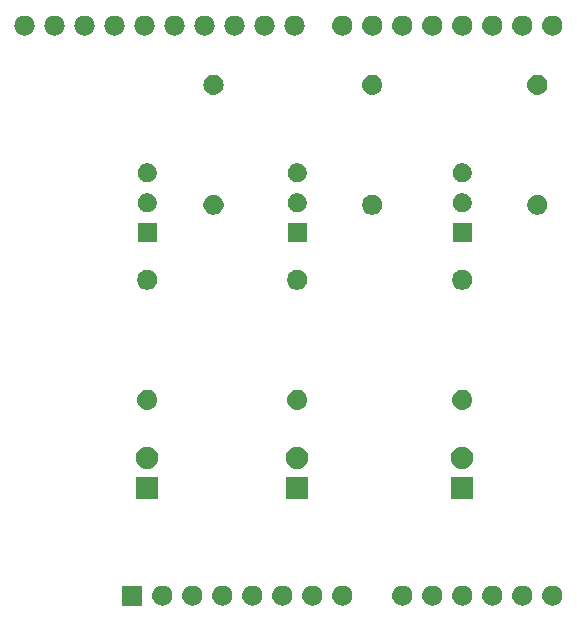
<source format=gbs>
G04 #@! TF.GenerationSoftware,KiCad,Pcbnew,(5.0.1)-4*
G04 #@! TF.CreationDate,2018-12-27T15:34:55-05:00*
G04 #@! TF.ProjectId,LED Project,4C45442050726F6A6563742E6B696361,rev?*
G04 #@! TF.SameCoordinates,Original*
G04 #@! TF.FileFunction,Soldermask,Bot*
G04 #@! TF.FilePolarity,Negative*
%FSLAX46Y46*%
G04 Gerber Fmt 4.6, Leading zero omitted, Abs format (unit mm)*
G04 Created by KiCad (PCBNEW (5.0.1)-4) date 12/27/2018 3:34:55 PM*
%MOMM*%
%LPD*%
G01*
G04 APERTURE LIST*
%ADD10C,0.100000*%
G04 APERTURE END LIST*
D10*
G36*
X165266787Y-119811510D02*
X165427160Y-119860160D01*
X165427162Y-119860161D01*
X165574966Y-119939163D01*
X165704517Y-120045483D01*
X165810837Y-120175034D01*
X165889839Y-120322838D01*
X165889840Y-120322840D01*
X165938490Y-120483213D01*
X165954916Y-120650000D01*
X165938490Y-120816787D01*
X165889840Y-120977160D01*
X165889839Y-120977162D01*
X165810837Y-121124966D01*
X165704517Y-121254517D01*
X165574966Y-121360837D01*
X165427162Y-121439839D01*
X165427160Y-121439840D01*
X165266787Y-121488490D01*
X165141794Y-121500800D01*
X165058206Y-121500800D01*
X164933213Y-121488490D01*
X164772840Y-121439840D01*
X164772838Y-121439839D01*
X164625034Y-121360837D01*
X164495483Y-121254517D01*
X164389163Y-121124966D01*
X164310161Y-120977162D01*
X164310160Y-120977160D01*
X164261510Y-120816787D01*
X164245084Y-120650000D01*
X164261510Y-120483213D01*
X164310160Y-120322840D01*
X164310161Y-120322838D01*
X164389163Y-120175034D01*
X164495483Y-120045483D01*
X164625034Y-119939163D01*
X164772838Y-119860161D01*
X164772840Y-119860160D01*
X164933213Y-119811510D01*
X165058206Y-119799200D01*
X165141794Y-119799200D01*
X165266787Y-119811510D01*
X165266787Y-119811510D01*
G37*
G36*
X160186787Y-119811510D02*
X160347160Y-119860160D01*
X160347162Y-119860161D01*
X160494966Y-119939163D01*
X160624517Y-120045483D01*
X160730837Y-120175034D01*
X160809839Y-120322838D01*
X160809840Y-120322840D01*
X160858490Y-120483213D01*
X160874916Y-120650000D01*
X160858490Y-120816787D01*
X160809840Y-120977160D01*
X160809839Y-120977162D01*
X160730837Y-121124966D01*
X160624517Y-121254517D01*
X160494966Y-121360837D01*
X160347162Y-121439839D01*
X160347160Y-121439840D01*
X160186787Y-121488490D01*
X160061794Y-121500800D01*
X159978206Y-121500800D01*
X159853213Y-121488490D01*
X159692840Y-121439840D01*
X159692838Y-121439839D01*
X159545034Y-121360837D01*
X159415483Y-121254517D01*
X159309163Y-121124966D01*
X159230161Y-120977162D01*
X159230160Y-120977160D01*
X159181510Y-120816787D01*
X159165084Y-120650000D01*
X159181510Y-120483213D01*
X159230160Y-120322840D01*
X159230161Y-120322838D01*
X159309163Y-120175034D01*
X159415483Y-120045483D01*
X159545034Y-119939163D01*
X159692838Y-119860161D01*
X159692840Y-119860160D01*
X159853213Y-119811510D01*
X159978206Y-119799200D01*
X160061794Y-119799200D01*
X160186787Y-119811510D01*
X160186787Y-119811510D01*
G37*
G36*
X157646787Y-119811510D02*
X157807160Y-119860160D01*
X157807162Y-119860161D01*
X157954966Y-119939163D01*
X158084517Y-120045483D01*
X158190837Y-120175034D01*
X158269839Y-120322838D01*
X158269840Y-120322840D01*
X158318490Y-120483213D01*
X158334916Y-120650000D01*
X158318490Y-120816787D01*
X158269840Y-120977160D01*
X158269839Y-120977162D01*
X158190837Y-121124966D01*
X158084517Y-121254517D01*
X157954966Y-121360837D01*
X157807162Y-121439839D01*
X157807160Y-121439840D01*
X157646787Y-121488490D01*
X157521794Y-121500800D01*
X157438206Y-121500800D01*
X157313213Y-121488490D01*
X157152840Y-121439840D01*
X157152838Y-121439839D01*
X157005034Y-121360837D01*
X156875483Y-121254517D01*
X156769163Y-121124966D01*
X156690161Y-120977162D01*
X156690160Y-120977160D01*
X156641510Y-120816787D01*
X156625084Y-120650000D01*
X156641510Y-120483213D01*
X156690160Y-120322840D01*
X156690161Y-120322838D01*
X156769163Y-120175034D01*
X156875483Y-120045483D01*
X157005034Y-119939163D01*
X157152838Y-119860161D01*
X157152840Y-119860160D01*
X157313213Y-119811510D01*
X157438206Y-119799200D01*
X157521794Y-119799200D01*
X157646787Y-119811510D01*
X157646787Y-119811510D01*
G37*
G36*
X155106787Y-119811510D02*
X155267160Y-119860160D01*
X155267162Y-119860161D01*
X155414966Y-119939163D01*
X155544517Y-120045483D01*
X155650837Y-120175034D01*
X155729839Y-120322838D01*
X155729840Y-120322840D01*
X155778490Y-120483213D01*
X155794916Y-120650000D01*
X155778490Y-120816787D01*
X155729840Y-120977160D01*
X155729839Y-120977162D01*
X155650837Y-121124966D01*
X155544517Y-121254517D01*
X155414966Y-121360837D01*
X155267162Y-121439839D01*
X155267160Y-121439840D01*
X155106787Y-121488490D01*
X154981794Y-121500800D01*
X154898206Y-121500800D01*
X154773213Y-121488490D01*
X154612840Y-121439840D01*
X154612838Y-121439839D01*
X154465034Y-121360837D01*
X154335483Y-121254517D01*
X154229163Y-121124966D01*
X154150161Y-120977162D01*
X154150160Y-120977160D01*
X154101510Y-120816787D01*
X154085084Y-120650000D01*
X154101510Y-120483213D01*
X154150160Y-120322840D01*
X154150161Y-120322838D01*
X154229163Y-120175034D01*
X154335483Y-120045483D01*
X154465034Y-119939163D01*
X154612838Y-119860161D01*
X154612840Y-119860160D01*
X154773213Y-119811510D01*
X154898206Y-119799200D01*
X154981794Y-119799200D01*
X155106787Y-119811510D01*
X155106787Y-119811510D01*
G37*
G36*
X152566787Y-119811510D02*
X152727160Y-119860160D01*
X152727162Y-119860161D01*
X152874966Y-119939163D01*
X153004517Y-120045483D01*
X153110837Y-120175034D01*
X153189839Y-120322838D01*
X153189840Y-120322840D01*
X153238490Y-120483213D01*
X153254916Y-120650000D01*
X153238490Y-120816787D01*
X153189840Y-120977160D01*
X153189839Y-120977162D01*
X153110837Y-121124966D01*
X153004517Y-121254517D01*
X152874966Y-121360837D01*
X152727162Y-121439839D01*
X152727160Y-121439840D01*
X152566787Y-121488490D01*
X152441794Y-121500800D01*
X152358206Y-121500800D01*
X152233213Y-121488490D01*
X152072840Y-121439840D01*
X152072838Y-121439839D01*
X151925034Y-121360837D01*
X151795483Y-121254517D01*
X151689163Y-121124966D01*
X151610161Y-120977162D01*
X151610160Y-120977160D01*
X151561510Y-120816787D01*
X151545084Y-120650000D01*
X151561510Y-120483213D01*
X151610160Y-120322840D01*
X151610161Y-120322838D01*
X151689163Y-120175034D01*
X151795483Y-120045483D01*
X151925034Y-119939163D01*
X152072838Y-119860161D01*
X152072840Y-119860160D01*
X152233213Y-119811510D01*
X152358206Y-119799200D01*
X152441794Y-119799200D01*
X152566787Y-119811510D01*
X152566787Y-119811510D01*
G37*
G36*
X147486787Y-119811510D02*
X147647160Y-119860160D01*
X147647162Y-119860161D01*
X147794966Y-119939163D01*
X147924517Y-120045483D01*
X148030837Y-120175034D01*
X148109839Y-120322838D01*
X148109840Y-120322840D01*
X148158490Y-120483213D01*
X148174916Y-120650000D01*
X148158490Y-120816787D01*
X148109840Y-120977160D01*
X148109839Y-120977162D01*
X148030837Y-121124966D01*
X147924517Y-121254517D01*
X147794966Y-121360837D01*
X147647162Y-121439839D01*
X147647160Y-121439840D01*
X147486787Y-121488490D01*
X147361794Y-121500800D01*
X147278206Y-121500800D01*
X147153213Y-121488490D01*
X146992840Y-121439840D01*
X146992838Y-121439839D01*
X146845034Y-121360837D01*
X146715483Y-121254517D01*
X146609163Y-121124966D01*
X146530161Y-120977162D01*
X146530160Y-120977160D01*
X146481510Y-120816787D01*
X146465084Y-120650000D01*
X146481510Y-120483213D01*
X146530160Y-120322840D01*
X146530161Y-120322838D01*
X146609163Y-120175034D01*
X146715483Y-120045483D01*
X146845034Y-119939163D01*
X146992838Y-119860161D01*
X146992840Y-119860160D01*
X147153213Y-119811510D01*
X147278206Y-119799200D01*
X147361794Y-119799200D01*
X147486787Y-119811510D01*
X147486787Y-119811510D01*
G37*
G36*
X144946787Y-119811510D02*
X145107160Y-119860160D01*
X145107162Y-119860161D01*
X145254966Y-119939163D01*
X145384517Y-120045483D01*
X145490837Y-120175034D01*
X145569839Y-120322838D01*
X145569840Y-120322840D01*
X145618490Y-120483213D01*
X145634916Y-120650000D01*
X145618490Y-120816787D01*
X145569840Y-120977160D01*
X145569839Y-120977162D01*
X145490837Y-121124966D01*
X145384517Y-121254517D01*
X145254966Y-121360837D01*
X145107162Y-121439839D01*
X145107160Y-121439840D01*
X144946787Y-121488490D01*
X144821794Y-121500800D01*
X144738206Y-121500800D01*
X144613213Y-121488490D01*
X144452840Y-121439840D01*
X144452838Y-121439839D01*
X144305034Y-121360837D01*
X144175483Y-121254517D01*
X144069163Y-121124966D01*
X143990161Y-120977162D01*
X143990160Y-120977160D01*
X143941510Y-120816787D01*
X143925084Y-120650000D01*
X143941510Y-120483213D01*
X143990160Y-120322840D01*
X143990161Y-120322838D01*
X144069163Y-120175034D01*
X144175483Y-120045483D01*
X144305034Y-119939163D01*
X144452838Y-119860161D01*
X144452840Y-119860160D01*
X144613213Y-119811510D01*
X144738206Y-119799200D01*
X144821794Y-119799200D01*
X144946787Y-119811510D01*
X144946787Y-119811510D01*
G37*
G36*
X142406787Y-119811510D02*
X142567160Y-119860160D01*
X142567162Y-119860161D01*
X142714966Y-119939163D01*
X142844517Y-120045483D01*
X142950837Y-120175034D01*
X143029839Y-120322838D01*
X143029840Y-120322840D01*
X143078490Y-120483213D01*
X143094916Y-120650000D01*
X143078490Y-120816787D01*
X143029840Y-120977160D01*
X143029839Y-120977162D01*
X142950837Y-121124966D01*
X142844517Y-121254517D01*
X142714966Y-121360837D01*
X142567162Y-121439839D01*
X142567160Y-121439840D01*
X142406787Y-121488490D01*
X142281794Y-121500800D01*
X142198206Y-121500800D01*
X142073213Y-121488490D01*
X141912840Y-121439840D01*
X141912838Y-121439839D01*
X141765034Y-121360837D01*
X141635483Y-121254517D01*
X141529163Y-121124966D01*
X141450161Y-120977162D01*
X141450160Y-120977160D01*
X141401510Y-120816787D01*
X141385084Y-120650000D01*
X141401510Y-120483213D01*
X141450160Y-120322840D01*
X141450161Y-120322838D01*
X141529163Y-120175034D01*
X141635483Y-120045483D01*
X141765034Y-119939163D01*
X141912838Y-119860161D01*
X141912840Y-119860160D01*
X142073213Y-119811510D01*
X142198206Y-119799200D01*
X142281794Y-119799200D01*
X142406787Y-119811510D01*
X142406787Y-119811510D01*
G37*
G36*
X139866787Y-119811510D02*
X140027160Y-119860160D01*
X140027162Y-119860161D01*
X140174966Y-119939163D01*
X140304517Y-120045483D01*
X140410837Y-120175034D01*
X140489839Y-120322838D01*
X140489840Y-120322840D01*
X140538490Y-120483213D01*
X140554916Y-120650000D01*
X140538490Y-120816787D01*
X140489840Y-120977160D01*
X140489839Y-120977162D01*
X140410837Y-121124966D01*
X140304517Y-121254517D01*
X140174966Y-121360837D01*
X140027162Y-121439839D01*
X140027160Y-121439840D01*
X139866787Y-121488490D01*
X139741794Y-121500800D01*
X139658206Y-121500800D01*
X139533213Y-121488490D01*
X139372840Y-121439840D01*
X139372838Y-121439839D01*
X139225034Y-121360837D01*
X139095483Y-121254517D01*
X138989163Y-121124966D01*
X138910161Y-120977162D01*
X138910160Y-120977160D01*
X138861510Y-120816787D01*
X138845084Y-120650000D01*
X138861510Y-120483213D01*
X138910160Y-120322840D01*
X138910161Y-120322838D01*
X138989163Y-120175034D01*
X139095483Y-120045483D01*
X139225034Y-119939163D01*
X139372838Y-119860161D01*
X139372840Y-119860160D01*
X139533213Y-119811510D01*
X139658206Y-119799200D01*
X139741794Y-119799200D01*
X139866787Y-119811510D01*
X139866787Y-119811510D01*
G37*
G36*
X137326787Y-119811510D02*
X137487160Y-119860160D01*
X137487162Y-119860161D01*
X137634966Y-119939163D01*
X137764517Y-120045483D01*
X137870837Y-120175034D01*
X137949839Y-120322838D01*
X137949840Y-120322840D01*
X137998490Y-120483213D01*
X138014916Y-120650000D01*
X137998490Y-120816787D01*
X137949840Y-120977160D01*
X137949839Y-120977162D01*
X137870837Y-121124966D01*
X137764517Y-121254517D01*
X137634966Y-121360837D01*
X137487162Y-121439839D01*
X137487160Y-121439840D01*
X137326787Y-121488490D01*
X137201794Y-121500800D01*
X137118206Y-121500800D01*
X136993213Y-121488490D01*
X136832840Y-121439840D01*
X136832838Y-121439839D01*
X136685034Y-121360837D01*
X136555483Y-121254517D01*
X136449163Y-121124966D01*
X136370161Y-120977162D01*
X136370160Y-120977160D01*
X136321510Y-120816787D01*
X136305084Y-120650000D01*
X136321510Y-120483213D01*
X136370160Y-120322840D01*
X136370161Y-120322838D01*
X136449163Y-120175034D01*
X136555483Y-120045483D01*
X136685034Y-119939163D01*
X136832838Y-119860161D01*
X136832840Y-119860160D01*
X136993213Y-119811510D01*
X137118206Y-119799200D01*
X137201794Y-119799200D01*
X137326787Y-119811510D01*
X137326787Y-119811510D01*
G37*
G36*
X134786787Y-119811510D02*
X134947160Y-119860160D01*
X134947162Y-119860161D01*
X135094966Y-119939163D01*
X135224517Y-120045483D01*
X135330837Y-120175034D01*
X135409839Y-120322838D01*
X135409840Y-120322840D01*
X135458490Y-120483213D01*
X135474916Y-120650000D01*
X135458490Y-120816787D01*
X135409840Y-120977160D01*
X135409839Y-120977162D01*
X135330837Y-121124966D01*
X135224517Y-121254517D01*
X135094966Y-121360837D01*
X134947162Y-121439839D01*
X134947160Y-121439840D01*
X134786787Y-121488490D01*
X134661794Y-121500800D01*
X134578206Y-121500800D01*
X134453213Y-121488490D01*
X134292840Y-121439840D01*
X134292838Y-121439839D01*
X134145034Y-121360837D01*
X134015483Y-121254517D01*
X133909163Y-121124966D01*
X133830161Y-120977162D01*
X133830160Y-120977160D01*
X133781510Y-120816787D01*
X133765084Y-120650000D01*
X133781510Y-120483213D01*
X133830160Y-120322840D01*
X133830161Y-120322838D01*
X133909163Y-120175034D01*
X134015483Y-120045483D01*
X134145034Y-119939163D01*
X134292838Y-119860161D01*
X134292840Y-119860160D01*
X134453213Y-119811510D01*
X134578206Y-119799200D01*
X134661794Y-119799200D01*
X134786787Y-119811510D01*
X134786787Y-119811510D01*
G37*
G36*
X132246787Y-119811510D02*
X132407160Y-119860160D01*
X132407162Y-119860161D01*
X132554966Y-119939163D01*
X132684517Y-120045483D01*
X132790837Y-120175034D01*
X132869839Y-120322838D01*
X132869840Y-120322840D01*
X132918490Y-120483213D01*
X132934916Y-120650000D01*
X132918490Y-120816787D01*
X132869840Y-120977160D01*
X132869839Y-120977162D01*
X132790837Y-121124966D01*
X132684517Y-121254517D01*
X132554966Y-121360837D01*
X132407162Y-121439839D01*
X132407160Y-121439840D01*
X132246787Y-121488490D01*
X132121794Y-121500800D01*
X132038206Y-121500800D01*
X131913213Y-121488490D01*
X131752840Y-121439840D01*
X131752838Y-121439839D01*
X131605034Y-121360837D01*
X131475483Y-121254517D01*
X131369163Y-121124966D01*
X131290161Y-120977162D01*
X131290160Y-120977160D01*
X131241510Y-120816787D01*
X131225084Y-120650000D01*
X131241510Y-120483213D01*
X131290160Y-120322840D01*
X131290161Y-120322838D01*
X131369163Y-120175034D01*
X131475483Y-120045483D01*
X131605034Y-119939163D01*
X131752838Y-119860161D01*
X131752840Y-119860160D01*
X131913213Y-119811510D01*
X132038206Y-119799200D01*
X132121794Y-119799200D01*
X132246787Y-119811510D01*
X132246787Y-119811510D01*
G37*
G36*
X130390800Y-121500800D02*
X128689200Y-121500800D01*
X128689200Y-119799200D01*
X130390800Y-119799200D01*
X130390800Y-121500800D01*
X130390800Y-121500800D01*
G37*
G36*
X162726787Y-119811510D02*
X162887160Y-119860160D01*
X162887162Y-119860161D01*
X163034966Y-119939163D01*
X163164517Y-120045483D01*
X163270837Y-120175034D01*
X163349839Y-120322838D01*
X163349840Y-120322840D01*
X163398490Y-120483213D01*
X163414916Y-120650000D01*
X163398490Y-120816787D01*
X163349840Y-120977160D01*
X163349839Y-120977162D01*
X163270837Y-121124966D01*
X163164517Y-121254517D01*
X163034966Y-121360837D01*
X162887162Y-121439839D01*
X162887160Y-121439840D01*
X162726787Y-121488490D01*
X162601794Y-121500800D01*
X162518206Y-121500800D01*
X162393213Y-121488490D01*
X162232840Y-121439840D01*
X162232838Y-121439839D01*
X162085034Y-121360837D01*
X161955483Y-121254517D01*
X161849163Y-121124966D01*
X161770161Y-120977162D01*
X161770160Y-120977160D01*
X161721510Y-120816787D01*
X161705084Y-120650000D01*
X161721510Y-120483213D01*
X161770160Y-120322840D01*
X161770161Y-120322838D01*
X161849163Y-120175034D01*
X161955483Y-120045483D01*
X162085034Y-119939163D01*
X162232838Y-119860161D01*
X162232840Y-119860160D01*
X162393213Y-119811510D01*
X162518206Y-119799200D01*
X162601794Y-119799200D01*
X162726787Y-119811510D01*
X162726787Y-119811510D01*
G37*
G36*
X158412474Y-112472009D02*
X156510874Y-112472009D01*
X156510874Y-110570409D01*
X158412474Y-110570409D01*
X158412474Y-112472009D01*
X158412474Y-112472009D01*
G37*
G36*
X131742474Y-112472009D02*
X129840874Y-112472009D01*
X129840874Y-110570409D01*
X131742474Y-110570409D01*
X131742474Y-112472009D01*
X131742474Y-112472009D01*
G37*
G36*
X144442474Y-112472009D02*
X142540874Y-112472009D01*
X142540874Y-110570409D01*
X144442474Y-110570409D01*
X144442474Y-112472009D01*
X144442474Y-112472009D01*
G37*
G36*
X157739012Y-108066947D02*
X157912047Y-108138621D01*
X158067774Y-108242674D01*
X158200209Y-108375109D01*
X158304262Y-108530836D01*
X158375936Y-108703871D01*
X158412474Y-108887563D01*
X158412474Y-109074855D01*
X158375936Y-109258547D01*
X158304262Y-109431582D01*
X158200209Y-109587309D01*
X158067774Y-109719744D01*
X157912047Y-109823797D01*
X157739012Y-109895471D01*
X157555320Y-109932009D01*
X157368028Y-109932009D01*
X157184336Y-109895471D01*
X157011301Y-109823797D01*
X156855574Y-109719744D01*
X156723139Y-109587309D01*
X156619086Y-109431582D01*
X156547412Y-109258547D01*
X156510874Y-109074855D01*
X156510874Y-108887563D01*
X156547412Y-108703871D01*
X156619086Y-108530836D01*
X156723139Y-108375109D01*
X156855574Y-108242674D01*
X157011301Y-108138621D01*
X157184336Y-108066947D01*
X157368028Y-108030409D01*
X157555320Y-108030409D01*
X157739012Y-108066947D01*
X157739012Y-108066947D01*
G37*
G36*
X143769012Y-108066947D02*
X143942047Y-108138621D01*
X144097774Y-108242674D01*
X144230209Y-108375109D01*
X144334262Y-108530836D01*
X144405936Y-108703871D01*
X144442474Y-108887563D01*
X144442474Y-109074855D01*
X144405936Y-109258547D01*
X144334262Y-109431582D01*
X144230209Y-109587309D01*
X144097774Y-109719744D01*
X143942047Y-109823797D01*
X143769012Y-109895471D01*
X143585320Y-109932009D01*
X143398028Y-109932009D01*
X143214336Y-109895471D01*
X143041301Y-109823797D01*
X142885574Y-109719744D01*
X142753139Y-109587309D01*
X142649086Y-109431582D01*
X142577412Y-109258547D01*
X142540874Y-109074855D01*
X142540874Y-108887563D01*
X142577412Y-108703871D01*
X142649086Y-108530836D01*
X142753139Y-108375109D01*
X142885574Y-108242674D01*
X143041301Y-108138621D01*
X143214336Y-108066947D01*
X143398028Y-108030409D01*
X143585320Y-108030409D01*
X143769012Y-108066947D01*
X143769012Y-108066947D01*
G37*
G36*
X131069012Y-108066947D02*
X131242047Y-108138621D01*
X131397774Y-108242674D01*
X131530209Y-108375109D01*
X131634262Y-108530836D01*
X131705936Y-108703871D01*
X131742474Y-108887563D01*
X131742474Y-109074855D01*
X131705936Y-109258547D01*
X131634262Y-109431582D01*
X131530209Y-109587309D01*
X131397774Y-109719744D01*
X131242047Y-109823797D01*
X131069012Y-109895471D01*
X130885320Y-109932009D01*
X130698028Y-109932009D01*
X130514336Y-109895471D01*
X130341301Y-109823797D01*
X130185574Y-109719744D01*
X130053139Y-109587309D01*
X129949086Y-109431582D01*
X129877412Y-109258547D01*
X129840874Y-109074855D01*
X129840874Y-108887563D01*
X129877412Y-108703871D01*
X129949086Y-108530836D01*
X130053139Y-108375109D01*
X130185574Y-108242674D01*
X130341301Y-108138621D01*
X130514336Y-108066947D01*
X130698028Y-108030409D01*
X130885320Y-108030409D01*
X131069012Y-108066947D01*
X131069012Y-108066947D01*
G37*
G36*
X157628461Y-103227360D02*
X157788834Y-103276010D01*
X157788836Y-103276011D01*
X157936640Y-103355013D01*
X158066191Y-103461333D01*
X158172511Y-103590884D01*
X158251513Y-103738688D01*
X158251514Y-103738690D01*
X158300164Y-103899063D01*
X158316590Y-104065850D01*
X158300164Y-104232637D01*
X158251514Y-104393010D01*
X158251513Y-104393012D01*
X158172511Y-104540816D01*
X158066191Y-104670367D01*
X157936640Y-104776687D01*
X157788836Y-104855689D01*
X157788834Y-104855690D01*
X157628461Y-104904340D01*
X157503468Y-104916650D01*
X157419880Y-104916650D01*
X157294887Y-104904340D01*
X157134514Y-104855690D01*
X157134512Y-104855689D01*
X156986708Y-104776687D01*
X156857157Y-104670367D01*
X156750837Y-104540816D01*
X156671835Y-104393012D01*
X156671834Y-104393010D01*
X156623184Y-104232637D01*
X156606758Y-104065850D01*
X156623184Y-103899063D01*
X156671834Y-103738690D01*
X156671835Y-103738688D01*
X156750837Y-103590884D01*
X156857157Y-103461333D01*
X156986708Y-103355013D01*
X157134512Y-103276011D01*
X157134514Y-103276010D01*
X157294887Y-103227360D01*
X157419880Y-103215050D01*
X157503468Y-103215050D01*
X157628461Y-103227360D01*
X157628461Y-103227360D01*
G37*
G36*
X143658461Y-103227360D02*
X143818834Y-103276010D01*
X143818836Y-103276011D01*
X143966640Y-103355013D01*
X144096191Y-103461333D01*
X144202511Y-103590884D01*
X144281513Y-103738688D01*
X144281514Y-103738690D01*
X144330164Y-103899063D01*
X144346590Y-104065850D01*
X144330164Y-104232637D01*
X144281514Y-104393010D01*
X144281513Y-104393012D01*
X144202511Y-104540816D01*
X144096191Y-104670367D01*
X143966640Y-104776687D01*
X143818836Y-104855689D01*
X143818834Y-104855690D01*
X143658461Y-104904340D01*
X143533468Y-104916650D01*
X143449880Y-104916650D01*
X143324887Y-104904340D01*
X143164514Y-104855690D01*
X143164512Y-104855689D01*
X143016708Y-104776687D01*
X142887157Y-104670367D01*
X142780837Y-104540816D01*
X142701835Y-104393012D01*
X142701834Y-104393010D01*
X142653184Y-104232637D01*
X142636758Y-104065850D01*
X142653184Y-103899063D01*
X142701834Y-103738690D01*
X142701835Y-103738688D01*
X142780837Y-103590884D01*
X142887157Y-103461333D01*
X143016708Y-103355013D01*
X143164512Y-103276011D01*
X143164514Y-103276010D01*
X143324887Y-103227360D01*
X143449880Y-103215050D01*
X143533468Y-103215050D01*
X143658461Y-103227360D01*
X143658461Y-103227360D01*
G37*
G36*
X130958461Y-103227360D02*
X131118834Y-103276010D01*
X131118836Y-103276011D01*
X131266640Y-103355013D01*
X131396191Y-103461333D01*
X131502511Y-103590884D01*
X131581513Y-103738688D01*
X131581514Y-103738690D01*
X131630164Y-103899063D01*
X131646590Y-104065850D01*
X131630164Y-104232637D01*
X131581514Y-104393010D01*
X131581513Y-104393012D01*
X131502511Y-104540816D01*
X131396191Y-104670367D01*
X131266640Y-104776687D01*
X131118836Y-104855689D01*
X131118834Y-104855690D01*
X130958461Y-104904340D01*
X130833468Y-104916650D01*
X130749880Y-104916650D01*
X130624887Y-104904340D01*
X130464514Y-104855690D01*
X130464512Y-104855689D01*
X130316708Y-104776687D01*
X130187157Y-104670367D01*
X130080837Y-104540816D01*
X130001835Y-104393012D01*
X130001834Y-104393010D01*
X129953184Y-104232637D01*
X129936758Y-104065850D01*
X129953184Y-103899063D01*
X130001834Y-103738690D01*
X130001835Y-103738688D01*
X130080837Y-103590884D01*
X130187157Y-103461333D01*
X130316708Y-103355013D01*
X130464512Y-103276011D01*
X130464514Y-103276010D01*
X130624887Y-103227360D01*
X130749880Y-103215050D01*
X130833468Y-103215050D01*
X130958461Y-103227360D01*
X130958461Y-103227360D01*
G37*
G36*
X131039843Y-93087745D02*
X131194679Y-93151881D01*
X131334028Y-93244990D01*
X131452534Y-93363496D01*
X131545643Y-93502845D01*
X131609779Y-93657681D01*
X131642474Y-93822053D01*
X131642474Y-93989647D01*
X131609779Y-94154019D01*
X131545643Y-94308855D01*
X131452534Y-94448204D01*
X131334028Y-94566710D01*
X131194679Y-94659819D01*
X131039843Y-94723955D01*
X130875471Y-94756650D01*
X130707877Y-94756650D01*
X130543505Y-94723955D01*
X130388669Y-94659819D01*
X130249320Y-94566710D01*
X130130814Y-94448204D01*
X130037705Y-94308855D01*
X129973569Y-94154019D01*
X129940874Y-93989647D01*
X129940874Y-93822053D01*
X129973569Y-93657681D01*
X130037705Y-93502845D01*
X130130814Y-93363496D01*
X130249320Y-93244990D01*
X130388669Y-93151881D01*
X130543505Y-93087745D01*
X130707877Y-93055050D01*
X130875471Y-93055050D01*
X131039843Y-93087745D01*
X131039843Y-93087745D01*
G37*
G36*
X157709843Y-93087745D02*
X157864679Y-93151881D01*
X158004028Y-93244990D01*
X158122534Y-93363496D01*
X158215643Y-93502845D01*
X158279779Y-93657681D01*
X158312474Y-93822053D01*
X158312474Y-93989647D01*
X158279779Y-94154019D01*
X158215643Y-94308855D01*
X158122534Y-94448204D01*
X158004028Y-94566710D01*
X157864679Y-94659819D01*
X157709843Y-94723955D01*
X157545471Y-94756650D01*
X157377877Y-94756650D01*
X157213505Y-94723955D01*
X157058669Y-94659819D01*
X156919320Y-94566710D01*
X156800814Y-94448204D01*
X156707705Y-94308855D01*
X156643569Y-94154019D01*
X156610874Y-93989647D01*
X156610874Y-93822053D01*
X156643569Y-93657681D01*
X156707705Y-93502845D01*
X156800814Y-93363496D01*
X156919320Y-93244990D01*
X157058669Y-93151881D01*
X157213505Y-93087745D01*
X157377877Y-93055050D01*
X157545471Y-93055050D01*
X157709843Y-93087745D01*
X157709843Y-93087745D01*
G37*
G36*
X143739843Y-93087745D02*
X143894679Y-93151881D01*
X144034028Y-93244990D01*
X144152534Y-93363496D01*
X144245643Y-93502845D01*
X144309779Y-93657681D01*
X144342474Y-93822053D01*
X144342474Y-93989647D01*
X144309779Y-94154019D01*
X144245643Y-94308855D01*
X144152534Y-94448204D01*
X144034028Y-94566710D01*
X143894679Y-94659819D01*
X143739843Y-94723955D01*
X143575471Y-94756650D01*
X143407877Y-94756650D01*
X143243505Y-94723955D01*
X143088669Y-94659819D01*
X142949320Y-94566710D01*
X142830814Y-94448204D01*
X142737705Y-94308855D01*
X142673569Y-94154019D01*
X142640874Y-93989647D01*
X142640874Y-93822053D01*
X142673569Y-93657681D01*
X142737705Y-93502845D01*
X142830814Y-93363496D01*
X142949320Y-93244990D01*
X143088669Y-93151881D01*
X143243505Y-93087745D01*
X143407877Y-93055050D01*
X143575471Y-93055050D01*
X143739843Y-93087745D01*
X143739843Y-93087745D01*
G37*
G36*
X131592474Y-90732009D02*
X129990874Y-90732009D01*
X129990874Y-89130409D01*
X131592474Y-89130409D01*
X131592474Y-90732009D01*
X131592474Y-90732009D01*
G37*
G36*
X158262474Y-90732009D02*
X156660874Y-90732009D01*
X156660874Y-89130409D01*
X158262474Y-89130409D01*
X158262474Y-90732009D01*
X158262474Y-90732009D01*
G37*
G36*
X144292474Y-90732009D02*
X142690874Y-90732009D01*
X142690874Y-89130409D01*
X144292474Y-89130409D01*
X144292474Y-90732009D01*
X144292474Y-90732009D01*
G37*
G36*
X164078169Y-86737745D02*
X164233005Y-86801881D01*
X164372354Y-86894990D01*
X164490860Y-87013496D01*
X164583969Y-87152845D01*
X164648105Y-87307681D01*
X164680800Y-87472053D01*
X164680800Y-87639647D01*
X164648105Y-87804019D01*
X164583969Y-87958855D01*
X164490860Y-88098204D01*
X164372354Y-88216710D01*
X164233005Y-88309819D01*
X164078169Y-88373955D01*
X163913797Y-88406650D01*
X163746203Y-88406650D01*
X163581831Y-88373955D01*
X163426995Y-88309819D01*
X163287646Y-88216710D01*
X163169140Y-88098204D01*
X163076031Y-87958855D01*
X163011895Y-87804019D01*
X162979200Y-87639647D01*
X162979200Y-87472053D01*
X163011895Y-87307681D01*
X163076031Y-87152845D01*
X163169140Y-87013496D01*
X163287646Y-86894990D01*
X163426995Y-86801881D01*
X163581831Y-86737745D01*
X163746203Y-86705050D01*
X163913797Y-86705050D01*
X164078169Y-86737745D01*
X164078169Y-86737745D01*
G37*
G36*
X136653580Y-86737745D02*
X136808416Y-86801881D01*
X136947765Y-86894990D01*
X137066271Y-87013496D01*
X137159380Y-87152845D01*
X137223516Y-87307681D01*
X137256211Y-87472053D01*
X137256211Y-87639647D01*
X137223516Y-87804019D01*
X137159380Y-87958855D01*
X137066271Y-88098204D01*
X136947765Y-88216710D01*
X136808416Y-88309819D01*
X136653580Y-88373955D01*
X136489208Y-88406650D01*
X136321614Y-88406650D01*
X136157242Y-88373955D01*
X136002406Y-88309819D01*
X135863057Y-88216710D01*
X135744551Y-88098204D01*
X135651442Y-87958855D01*
X135587306Y-87804019D01*
X135554611Y-87639647D01*
X135554611Y-87472053D01*
X135587306Y-87307681D01*
X135651442Y-87152845D01*
X135744551Y-87013496D01*
X135863057Y-86894990D01*
X136002406Y-86801881D01*
X136157242Y-86737745D01*
X136321614Y-86705050D01*
X136489208Y-86705050D01*
X136653580Y-86737745D01*
X136653580Y-86737745D01*
G37*
G36*
X150089843Y-86737745D02*
X150244679Y-86801881D01*
X150384028Y-86894990D01*
X150502534Y-87013496D01*
X150595643Y-87152845D01*
X150659779Y-87307681D01*
X150692474Y-87472053D01*
X150692474Y-87639647D01*
X150659779Y-87804019D01*
X150595643Y-87958855D01*
X150502534Y-88098204D01*
X150384028Y-88216710D01*
X150244679Y-88309819D01*
X150089843Y-88373955D01*
X149925471Y-88406650D01*
X149757877Y-88406650D01*
X149593505Y-88373955D01*
X149438669Y-88309819D01*
X149299320Y-88216710D01*
X149180814Y-88098204D01*
X149087705Y-87958855D01*
X149023569Y-87804019D01*
X148990874Y-87639647D01*
X148990874Y-87472053D01*
X149023569Y-87307681D01*
X149087705Y-87152845D01*
X149180814Y-87013496D01*
X149299320Y-86894990D01*
X149438669Y-86801881D01*
X149593505Y-86737745D01*
X149757877Y-86705050D01*
X149925471Y-86705050D01*
X150089843Y-86737745D01*
X150089843Y-86737745D01*
G37*
G36*
X131025259Y-86621183D02*
X131170996Y-86681549D01*
X131302155Y-86769187D01*
X131413696Y-86880728D01*
X131501334Y-87011887D01*
X131561700Y-87157624D01*
X131592474Y-87312336D01*
X131592474Y-87470082D01*
X131561700Y-87624794D01*
X131501334Y-87770531D01*
X131413696Y-87901690D01*
X131302155Y-88013231D01*
X131170996Y-88100869D01*
X131025259Y-88161235D01*
X130870547Y-88192009D01*
X130712801Y-88192009D01*
X130558089Y-88161235D01*
X130412352Y-88100869D01*
X130281193Y-88013231D01*
X130169652Y-87901690D01*
X130082014Y-87770531D01*
X130021648Y-87624794D01*
X129990874Y-87470082D01*
X129990874Y-87312336D01*
X130021648Y-87157624D01*
X130082014Y-87011887D01*
X130169652Y-86880728D01*
X130281193Y-86769187D01*
X130412352Y-86681549D01*
X130558089Y-86621183D01*
X130712801Y-86590409D01*
X130870547Y-86590409D01*
X131025259Y-86621183D01*
X131025259Y-86621183D01*
G37*
G36*
X143725259Y-86621183D02*
X143870996Y-86681549D01*
X144002155Y-86769187D01*
X144113696Y-86880728D01*
X144201334Y-87011887D01*
X144261700Y-87157624D01*
X144292474Y-87312336D01*
X144292474Y-87470082D01*
X144261700Y-87624794D01*
X144201334Y-87770531D01*
X144113696Y-87901690D01*
X144002155Y-88013231D01*
X143870996Y-88100869D01*
X143725259Y-88161235D01*
X143570547Y-88192009D01*
X143412801Y-88192009D01*
X143258089Y-88161235D01*
X143112352Y-88100869D01*
X142981193Y-88013231D01*
X142869652Y-87901690D01*
X142782014Y-87770531D01*
X142721648Y-87624794D01*
X142690874Y-87470082D01*
X142690874Y-87312336D01*
X142721648Y-87157624D01*
X142782014Y-87011887D01*
X142869652Y-86880728D01*
X142981193Y-86769187D01*
X143112352Y-86681549D01*
X143258089Y-86621183D01*
X143412801Y-86590409D01*
X143570547Y-86590409D01*
X143725259Y-86621183D01*
X143725259Y-86621183D01*
G37*
G36*
X157695259Y-86621183D02*
X157840996Y-86681549D01*
X157972155Y-86769187D01*
X158083696Y-86880728D01*
X158171334Y-87011887D01*
X158231700Y-87157624D01*
X158262474Y-87312336D01*
X158262474Y-87470082D01*
X158231700Y-87624794D01*
X158171334Y-87770531D01*
X158083696Y-87901690D01*
X157972155Y-88013231D01*
X157840996Y-88100869D01*
X157695259Y-88161235D01*
X157540547Y-88192009D01*
X157382801Y-88192009D01*
X157228089Y-88161235D01*
X157082352Y-88100869D01*
X156951193Y-88013231D01*
X156839652Y-87901690D01*
X156752014Y-87770531D01*
X156691648Y-87624794D01*
X156660874Y-87470082D01*
X156660874Y-87312336D01*
X156691648Y-87157624D01*
X156752014Y-87011887D01*
X156839652Y-86880728D01*
X156951193Y-86769187D01*
X157082352Y-86681549D01*
X157228089Y-86621183D01*
X157382801Y-86590409D01*
X157540547Y-86590409D01*
X157695259Y-86621183D01*
X157695259Y-86621183D01*
G37*
G36*
X157695259Y-84081183D02*
X157840996Y-84141549D01*
X157972155Y-84229187D01*
X158083696Y-84340728D01*
X158171334Y-84471887D01*
X158231700Y-84617624D01*
X158262474Y-84772336D01*
X158262474Y-84930082D01*
X158231700Y-85084794D01*
X158171334Y-85230531D01*
X158083696Y-85361690D01*
X157972155Y-85473231D01*
X157840996Y-85560869D01*
X157695259Y-85621235D01*
X157540547Y-85652009D01*
X157382801Y-85652009D01*
X157228089Y-85621235D01*
X157082352Y-85560869D01*
X156951193Y-85473231D01*
X156839652Y-85361690D01*
X156752014Y-85230531D01*
X156691648Y-85084794D01*
X156660874Y-84930082D01*
X156660874Y-84772336D01*
X156691648Y-84617624D01*
X156752014Y-84471887D01*
X156839652Y-84340728D01*
X156951193Y-84229187D01*
X157082352Y-84141549D01*
X157228089Y-84081183D01*
X157382801Y-84050409D01*
X157540547Y-84050409D01*
X157695259Y-84081183D01*
X157695259Y-84081183D01*
G37*
G36*
X131025259Y-84081183D02*
X131170996Y-84141549D01*
X131302155Y-84229187D01*
X131413696Y-84340728D01*
X131501334Y-84471887D01*
X131561700Y-84617624D01*
X131592474Y-84772336D01*
X131592474Y-84930082D01*
X131561700Y-85084794D01*
X131501334Y-85230531D01*
X131413696Y-85361690D01*
X131302155Y-85473231D01*
X131170996Y-85560869D01*
X131025259Y-85621235D01*
X130870547Y-85652009D01*
X130712801Y-85652009D01*
X130558089Y-85621235D01*
X130412352Y-85560869D01*
X130281193Y-85473231D01*
X130169652Y-85361690D01*
X130082014Y-85230531D01*
X130021648Y-85084794D01*
X129990874Y-84930082D01*
X129990874Y-84772336D01*
X130021648Y-84617624D01*
X130082014Y-84471887D01*
X130169652Y-84340728D01*
X130281193Y-84229187D01*
X130412352Y-84141549D01*
X130558089Y-84081183D01*
X130712801Y-84050409D01*
X130870547Y-84050409D01*
X131025259Y-84081183D01*
X131025259Y-84081183D01*
G37*
G36*
X143725259Y-84081183D02*
X143870996Y-84141549D01*
X144002155Y-84229187D01*
X144113696Y-84340728D01*
X144201334Y-84471887D01*
X144261700Y-84617624D01*
X144292474Y-84772336D01*
X144292474Y-84930082D01*
X144261700Y-85084794D01*
X144201334Y-85230531D01*
X144113696Y-85361690D01*
X144002155Y-85473231D01*
X143870996Y-85560869D01*
X143725259Y-85621235D01*
X143570547Y-85652009D01*
X143412801Y-85652009D01*
X143258089Y-85621235D01*
X143112352Y-85560869D01*
X142981193Y-85473231D01*
X142869652Y-85361690D01*
X142782014Y-85230531D01*
X142721648Y-85084794D01*
X142690874Y-84930082D01*
X142690874Y-84772336D01*
X142721648Y-84617624D01*
X142782014Y-84471887D01*
X142869652Y-84340728D01*
X142981193Y-84229187D01*
X143112352Y-84141549D01*
X143258089Y-84081183D01*
X143412801Y-84050409D01*
X143570547Y-84050409D01*
X143725259Y-84081183D01*
X143725259Y-84081183D01*
G37*
G36*
X163996787Y-76557360D02*
X164157160Y-76606010D01*
X164157162Y-76606011D01*
X164304966Y-76685013D01*
X164434517Y-76791333D01*
X164540837Y-76920884D01*
X164619839Y-77068688D01*
X164619840Y-77068690D01*
X164668490Y-77229063D01*
X164684916Y-77395850D01*
X164668490Y-77562637D01*
X164619840Y-77723010D01*
X164619839Y-77723012D01*
X164540837Y-77870816D01*
X164434517Y-78000367D01*
X164304966Y-78106687D01*
X164157162Y-78185689D01*
X164157160Y-78185690D01*
X163996787Y-78234340D01*
X163871794Y-78246650D01*
X163788206Y-78246650D01*
X163663213Y-78234340D01*
X163502840Y-78185690D01*
X163502838Y-78185689D01*
X163355034Y-78106687D01*
X163225483Y-78000367D01*
X163119163Y-77870816D01*
X163040161Y-77723012D01*
X163040160Y-77723010D01*
X162991510Y-77562637D01*
X162975084Y-77395850D01*
X162991510Y-77229063D01*
X163040160Y-77068690D01*
X163040161Y-77068688D01*
X163119163Y-76920884D01*
X163225483Y-76791333D01*
X163355034Y-76685013D01*
X163502838Y-76606011D01*
X163502840Y-76606010D01*
X163663213Y-76557360D01*
X163788206Y-76545050D01*
X163871794Y-76545050D01*
X163996787Y-76557360D01*
X163996787Y-76557360D01*
G37*
G36*
X150008461Y-76557360D02*
X150168834Y-76606010D01*
X150168836Y-76606011D01*
X150316640Y-76685013D01*
X150446191Y-76791333D01*
X150552511Y-76920884D01*
X150631513Y-77068688D01*
X150631514Y-77068690D01*
X150680164Y-77229063D01*
X150696590Y-77395850D01*
X150680164Y-77562637D01*
X150631514Y-77723010D01*
X150631513Y-77723012D01*
X150552511Y-77870816D01*
X150446191Y-78000367D01*
X150316640Y-78106687D01*
X150168836Y-78185689D01*
X150168834Y-78185690D01*
X150008461Y-78234340D01*
X149883468Y-78246650D01*
X149799880Y-78246650D01*
X149674887Y-78234340D01*
X149514514Y-78185690D01*
X149514512Y-78185689D01*
X149366708Y-78106687D01*
X149237157Y-78000367D01*
X149130837Y-77870816D01*
X149051835Y-77723012D01*
X149051834Y-77723010D01*
X149003184Y-77562637D01*
X148986758Y-77395850D01*
X149003184Y-77229063D01*
X149051834Y-77068690D01*
X149051835Y-77068688D01*
X149130837Y-76920884D01*
X149237157Y-76791333D01*
X149366708Y-76685013D01*
X149514512Y-76606011D01*
X149514514Y-76606010D01*
X149674887Y-76557360D01*
X149799880Y-76545050D01*
X149883468Y-76545050D01*
X150008461Y-76557360D01*
X150008461Y-76557360D01*
G37*
G36*
X136572198Y-76557360D02*
X136732571Y-76606010D01*
X136732573Y-76606011D01*
X136880377Y-76685013D01*
X137009928Y-76791333D01*
X137116248Y-76920884D01*
X137195250Y-77068688D01*
X137195251Y-77068690D01*
X137243901Y-77229063D01*
X137260327Y-77395850D01*
X137243901Y-77562637D01*
X137195251Y-77723010D01*
X137195250Y-77723012D01*
X137116248Y-77870816D01*
X137009928Y-78000367D01*
X136880377Y-78106687D01*
X136732573Y-78185689D01*
X136732571Y-78185690D01*
X136572198Y-78234340D01*
X136447205Y-78246650D01*
X136363617Y-78246650D01*
X136238624Y-78234340D01*
X136078251Y-78185690D01*
X136078249Y-78185689D01*
X135930445Y-78106687D01*
X135800894Y-78000367D01*
X135694574Y-77870816D01*
X135615572Y-77723012D01*
X135615571Y-77723010D01*
X135566921Y-77562637D01*
X135550495Y-77395850D01*
X135566921Y-77229063D01*
X135615571Y-77068690D01*
X135615572Y-77068688D01*
X135694574Y-76920884D01*
X135800894Y-76791333D01*
X135930445Y-76685013D01*
X136078249Y-76606011D01*
X136078251Y-76606010D01*
X136238624Y-76557360D01*
X136363617Y-76545050D01*
X136447205Y-76545050D01*
X136572198Y-76557360D01*
X136572198Y-76557360D01*
G37*
G36*
X138346787Y-71551510D02*
X138507160Y-71600160D01*
X138507162Y-71600161D01*
X138654966Y-71679163D01*
X138784517Y-71785483D01*
X138890837Y-71915034D01*
X138969839Y-72062838D01*
X138969840Y-72062840D01*
X139018490Y-72223213D01*
X139034916Y-72390000D01*
X139018490Y-72556787D01*
X138969840Y-72717160D01*
X138969839Y-72717162D01*
X138890837Y-72864966D01*
X138784517Y-72994517D01*
X138654966Y-73100837D01*
X138507162Y-73179839D01*
X138507160Y-73179840D01*
X138346787Y-73228490D01*
X138221794Y-73240800D01*
X138138206Y-73240800D01*
X138013213Y-73228490D01*
X137852840Y-73179840D01*
X137852838Y-73179839D01*
X137705034Y-73100837D01*
X137575483Y-72994517D01*
X137469163Y-72864966D01*
X137390161Y-72717162D01*
X137390160Y-72717160D01*
X137341510Y-72556787D01*
X137325084Y-72390000D01*
X137341510Y-72223213D01*
X137390160Y-72062840D01*
X137390161Y-72062838D01*
X137469163Y-71915034D01*
X137575483Y-71785483D01*
X137705034Y-71679163D01*
X137852838Y-71600161D01*
X137852840Y-71600160D01*
X138013213Y-71551510D01*
X138138206Y-71539200D01*
X138221794Y-71539200D01*
X138346787Y-71551510D01*
X138346787Y-71551510D01*
G37*
G36*
X150026787Y-71551510D02*
X150187160Y-71600160D01*
X150187162Y-71600161D01*
X150334966Y-71679163D01*
X150464517Y-71785483D01*
X150570837Y-71915034D01*
X150649839Y-72062838D01*
X150649840Y-72062840D01*
X150698490Y-72223213D01*
X150714916Y-72390000D01*
X150698490Y-72556787D01*
X150649840Y-72717160D01*
X150649839Y-72717162D01*
X150570837Y-72864966D01*
X150464517Y-72994517D01*
X150334966Y-73100837D01*
X150187162Y-73179839D01*
X150187160Y-73179840D01*
X150026787Y-73228490D01*
X149901794Y-73240800D01*
X149818206Y-73240800D01*
X149693213Y-73228490D01*
X149532840Y-73179840D01*
X149532838Y-73179839D01*
X149385034Y-73100837D01*
X149255483Y-72994517D01*
X149149163Y-72864966D01*
X149070161Y-72717162D01*
X149070160Y-72717160D01*
X149021510Y-72556787D01*
X149005084Y-72390000D01*
X149021510Y-72223213D01*
X149070160Y-72062840D01*
X149070161Y-72062838D01*
X149149163Y-71915034D01*
X149255483Y-71785483D01*
X149385034Y-71679163D01*
X149532838Y-71600161D01*
X149532840Y-71600160D01*
X149693213Y-71551510D01*
X149818206Y-71539200D01*
X149901794Y-71539200D01*
X150026787Y-71551510D01*
X150026787Y-71551510D01*
G37*
G36*
X140886787Y-71551510D02*
X141047160Y-71600160D01*
X141047162Y-71600161D01*
X141194966Y-71679163D01*
X141324517Y-71785483D01*
X141430837Y-71915034D01*
X141509839Y-72062838D01*
X141509840Y-72062840D01*
X141558490Y-72223213D01*
X141574916Y-72390000D01*
X141558490Y-72556787D01*
X141509840Y-72717160D01*
X141509839Y-72717162D01*
X141430837Y-72864966D01*
X141324517Y-72994517D01*
X141194966Y-73100837D01*
X141047162Y-73179839D01*
X141047160Y-73179840D01*
X140886787Y-73228490D01*
X140761794Y-73240800D01*
X140678206Y-73240800D01*
X140553213Y-73228490D01*
X140392840Y-73179840D01*
X140392838Y-73179839D01*
X140245034Y-73100837D01*
X140115483Y-72994517D01*
X140009163Y-72864966D01*
X139930161Y-72717162D01*
X139930160Y-72717160D01*
X139881510Y-72556787D01*
X139865084Y-72390000D01*
X139881510Y-72223213D01*
X139930160Y-72062840D01*
X139930161Y-72062838D01*
X140009163Y-71915034D01*
X140115483Y-71785483D01*
X140245034Y-71679163D01*
X140392838Y-71600161D01*
X140392840Y-71600160D01*
X140553213Y-71551510D01*
X140678206Y-71539200D01*
X140761794Y-71539200D01*
X140886787Y-71551510D01*
X140886787Y-71551510D01*
G37*
G36*
X143426787Y-71551510D02*
X143587160Y-71600160D01*
X143587162Y-71600161D01*
X143734966Y-71679163D01*
X143864517Y-71785483D01*
X143970837Y-71915034D01*
X144049839Y-72062838D01*
X144049840Y-72062840D01*
X144098490Y-72223213D01*
X144114916Y-72390000D01*
X144098490Y-72556787D01*
X144049840Y-72717160D01*
X144049839Y-72717162D01*
X143970837Y-72864966D01*
X143864517Y-72994517D01*
X143734966Y-73100837D01*
X143587162Y-73179839D01*
X143587160Y-73179840D01*
X143426787Y-73228490D01*
X143301794Y-73240800D01*
X143218206Y-73240800D01*
X143093213Y-73228490D01*
X142932840Y-73179840D01*
X142932838Y-73179839D01*
X142785034Y-73100837D01*
X142655483Y-72994517D01*
X142549163Y-72864966D01*
X142470161Y-72717162D01*
X142470160Y-72717160D01*
X142421510Y-72556787D01*
X142405084Y-72390000D01*
X142421510Y-72223213D01*
X142470160Y-72062840D01*
X142470161Y-72062838D01*
X142549163Y-71915034D01*
X142655483Y-71785483D01*
X142785034Y-71679163D01*
X142932838Y-71600161D01*
X142932840Y-71600160D01*
X143093213Y-71551510D01*
X143218206Y-71539200D01*
X143301794Y-71539200D01*
X143426787Y-71551510D01*
X143426787Y-71551510D01*
G37*
G36*
X135806787Y-71551510D02*
X135967160Y-71600160D01*
X135967162Y-71600161D01*
X136114966Y-71679163D01*
X136244517Y-71785483D01*
X136350837Y-71915034D01*
X136429839Y-72062838D01*
X136429840Y-72062840D01*
X136478490Y-72223213D01*
X136494916Y-72390000D01*
X136478490Y-72556787D01*
X136429840Y-72717160D01*
X136429839Y-72717162D01*
X136350837Y-72864966D01*
X136244517Y-72994517D01*
X136114966Y-73100837D01*
X135967162Y-73179839D01*
X135967160Y-73179840D01*
X135806787Y-73228490D01*
X135681794Y-73240800D01*
X135598206Y-73240800D01*
X135473213Y-73228490D01*
X135312840Y-73179840D01*
X135312838Y-73179839D01*
X135165034Y-73100837D01*
X135035483Y-72994517D01*
X134929163Y-72864966D01*
X134850161Y-72717162D01*
X134850160Y-72717160D01*
X134801510Y-72556787D01*
X134785084Y-72390000D01*
X134801510Y-72223213D01*
X134850160Y-72062840D01*
X134850161Y-72062838D01*
X134929163Y-71915034D01*
X135035483Y-71785483D01*
X135165034Y-71679163D01*
X135312838Y-71600161D01*
X135312840Y-71600160D01*
X135473213Y-71551510D01*
X135598206Y-71539200D01*
X135681794Y-71539200D01*
X135806787Y-71551510D01*
X135806787Y-71551510D01*
G37*
G36*
X133266787Y-71551510D02*
X133427160Y-71600160D01*
X133427162Y-71600161D01*
X133574966Y-71679163D01*
X133704517Y-71785483D01*
X133810837Y-71915034D01*
X133889839Y-72062838D01*
X133889840Y-72062840D01*
X133938490Y-72223213D01*
X133954916Y-72390000D01*
X133938490Y-72556787D01*
X133889840Y-72717160D01*
X133889839Y-72717162D01*
X133810837Y-72864966D01*
X133704517Y-72994517D01*
X133574966Y-73100837D01*
X133427162Y-73179839D01*
X133427160Y-73179840D01*
X133266787Y-73228490D01*
X133141794Y-73240800D01*
X133058206Y-73240800D01*
X132933213Y-73228490D01*
X132772840Y-73179840D01*
X132772838Y-73179839D01*
X132625034Y-73100837D01*
X132495483Y-72994517D01*
X132389163Y-72864966D01*
X132310161Y-72717162D01*
X132310160Y-72717160D01*
X132261510Y-72556787D01*
X132245084Y-72390000D01*
X132261510Y-72223213D01*
X132310160Y-72062840D01*
X132310161Y-72062838D01*
X132389163Y-71915034D01*
X132495483Y-71785483D01*
X132625034Y-71679163D01*
X132772838Y-71600161D01*
X132772840Y-71600160D01*
X132933213Y-71551510D01*
X133058206Y-71539200D01*
X133141794Y-71539200D01*
X133266787Y-71551510D01*
X133266787Y-71551510D01*
G37*
G36*
X130726787Y-71551510D02*
X130887160Y-71600160D01*
X130887162Y-71600161D01*
X131034966Y-71679163D01*
X131164517Y-71785483D01*
X131270837Y-71915034D01*
X131349839Y-72062838D01*
X131349840Y-72062840D01*
X131398490Y-72223213D01*
X131414916Y-72390000D01*
X131398490Y-72556787D01*
X131349840Y-72717160D01*
X131349839Y-72717162D01*
X131270837Y-72864966D01*
X131164517Y-72994517D01*
X131034966Y-73100837D01*
X130887162Y-73179839D01*
X130887160Y-73179840D01*
X130726787Y-73228490D01*
X130601794Y-73240800D01*
X130518206Y-73240800D01*
X130393213Y-73228490D01*
X130232840Y-73179840D01*
X130232838Y-73179839D01*
X130085034Y-73100837D01*
X129955483Y-72994517D01*
X129849163Y-72864966D01*
X129770161Y-72717162D01*
X129770160Y-72717160D01*
X129721510Y-72556787D01*
X129705084Y-72390000D01*
X129721510Y-72223213D01*
X129770160Y-72062840D01*
X129770161Y-72062838D01*
X129849163Y-71915034D01*
X129955483Y-71785483D01*
X130085034Y-71679163D01*
X130232838Y-71600161D01*
X130232840Y-71600160D01*
X130393213Y-71551510D01*
X130518206Y-71539200D01*
X130601794Y-71539200D01*
X130726787Y-71551510D01*
X130726787Y-71551510D01*
G37*
G36*
X165266787Y-71551510D02*
X165427160Y-71600160D01*
X165427162Y-71600161D01*
X165574966Y-71679163D01*
X165704517Y-71785483D01*
X165810837Y-71915034D01*
X165889839Y-72062838D01*
X165889840Y-72062840D01*
X165938490Y-72223213D01*
X165954916Y-72390000D01*
X165938490Y-72556787D01*
X165889840Y-72717160D01*
X165889839Y-72717162D01*
X165810837Y-72864966D01*
X165704517Y-72994517D01*
X165574966Y-73100837D01*
X165427162Y-73179839D01*
X165427160Y-73179840D01*
X165266787Y-73228490D01*
X165141794Y-73240800D01*
X165058206Y-73240800D01*
X164933213Y-73228490D01*
X164772840Y-73179840D01*
X164772838Y-73179839D01*
X164625034Y-73100837D01*
X164495483Y-72994517D01*
X164389163Y-72864966D01*
X164310161Y-72717162D01*
X164310160Y-72717160D01*
X164261510Y-72556787D01*
X164245084Y-72390000D01*
X164261510Y-72223213D01*
X164310160Y-72062840D01*
X164310161Y-72062838D01*
X164389163Y-71915034D01*
X164495483Y-71785483D01*
X164625034Y-71679163D01*
X164772838Y-71600161D01*
X164772840Y-71600160D01*
X164933213Y-71551510D01*
X165058206Y-71539200D01*
X165141794Y-71539200D01*
X165266787Y-71551510D01*
X165266787Y-71551510D01*
G37*
G36*
X162726787Y-71551510D02*
X162887160Y-71600160D01*
X162887162Y-71600161D01*
X163034966Y-71679163D01*
X163164517Y-71785483D01*
X163270837Y-71915034D01*
X163349839Y-72062838D01*
X163349840Y-72062840D01*
X163398490Y-72223213D01*
X163414916Y-72390000D01*
X163398490Y-72556787D01*
X163349840Y-72717160D01*
X163349839Y-72717162D01*
X163270837Y-72864966D01*
X163164517Y-72994517D01*
X163034966Y-73100837D01*
X162887162Y-73179839D01*
X162887160Y-73179840D01*
X162726787Y-73228490D01*
X162601794Y-73240800D01*
X162518206Y-73240800D01*
X162393213Y-73228490D01*
X162232840Y-73179840D01*
X162232838Y-73179839D01*
X162085034Y-73100837D01*
X161955483Y-72994517D01*
X161849163Y-72864966D01*
X161770161Y-72717162D01*
X161770160Y-72717160D01*
X161721510Y-72556787D01*
X161705084Y-72390000D01*
X161721510Y-72223213D01*
X161770160Y-72062840D01*
X161770161Y-72062838D01*
X161849163Y-71915034D01*
X161955483Y-71785483D01*
X162085034Y-71679163D01*
X162232838Y-71600161D01*
X162232840Y-71600160D01*
X162393213Y-71551510D01*
X162518206Y-71539200D01*
X162601794Y-71539200D01*
X162726787Y-71551510D01*
X162726787Y-71551510D01*
G37*
G36*
X120566787Y-71551510D02*
X120727160Y-71600160D01*
X120727162Y-71600161D01*
X120874966Y-71679163D01*
X121004517Y-71785483D01*
X121110837Y-71915034D01*
X121189839Y-72062838D01*
X121189840Y-72062840D01*
X121238490Y-72223213D01*
X121254916Y-72390000D01*
X121238490Y-72556787D01*
X121189840Y-72717160D01*
X121189839Y-72717162D01*
X121110837Y-72864966D01*
X121004517Y-72994517D01*
X120874966Y-73100837D01*
X120727162Y-73179839D01*
X120727160Y-73179840D01*
X120566787Y-73228490D01*
X120441794Y-73240800D01*
X120358206Y-73240800D01*
X120233213Y-73228490D01*
X120072840Y-73179840D01*
X120072838Y-73179839D01*
X119925034Y-73100837D01*
X119795483Y-72994517D01*
X119689163Y-72864966D01*
X119610161Y-72717162D01*
X119610160Y-72717160D01*
X119561510Y-72556787D01*
X119545084Y-72390000D01*
X119561510Y-72223213D01*
X119610160Y-72062840D01*
X119610161Y-72062838D01*
X119689163Y-71915034D01*
X119795483Y-71785483D01*
X119925034Y-71679163D01*
X120072838Y-71600161D01*
X120072840Y-71600160D01*
X120233213Y-71551510D01*
X120358206Y-71539200D01*
X120441794Y-71539200D01*
X120566787Y-71551510D01*
X120566787Y-71551510D01*
G37*
G36*
X123106787Y-71551510D02*
X123267160Y-71600160D01*
X123267162Y-71600161D01*
X123414966Y-71679163D01*
X123544517Y-71785483D01*
X123650837Y-71915034D01*
X123729839Y-72062838D01*
X123729840Y-72062840D01*
X123778490Y-72223213D01*
X123794916Y-72390000D01*
X123778490Y-72556787D01*
X123729840Y-72717160D01*
X123729839Y-72717162D01*
X123650837Y-72864966D01*
X123544517Y-72994517D01*
X123414966Y-73100837D01*
X123267162Y-73179839D01*
X123267160Y-73179840D01*
X123106787Y-73228490D01*
X122981794Y-73240800D01*
X122898206Y-73240800D01*
X122773213Y-73228490D01*
X122612840Y-73179840D01*
X122612838Y-73179839D01*
X122465034Y-73100837D01*
X122335483Y-72994517D01*
X122229163Y-72864966D01*
X122150161Y-72717162D01*
X122150160Y-72717160D01*
X122101510Y-72556787D01*
X122085084Y-72390000D01*
X122101510Y-72223213D01*
X122150160Y-72062840D01*
X122150161Y-72062838D01*
X122229163Y-71915034D01*
X122335483Y-71785483D01*
X122465034Y-71679163D01*
X122612838Y-71600161D01*
X122612840Y-71600160D01*
X122773213Y-71551510D01*
X122898206Y-71539200D01*
X122981794Y-71539200D01*
X123106787Y-71551510D01*
X123106787Y-71551510D01*
G37*
G36*
X147486787Y-71551510D02*
X147647160Y-71600160D01*
X147647162Y-71600161D01*
X147794966Y-71679163D01*
X147924517Y-71785483D01*
X148030837Y-71915034D01*
X148109839Y-72062838D01*
X148109840Y-72062840D01*
X148158490Y-72223213D01*
X148174916Y-72390000D01*
X148158490Y-72556787D01*
X148109840Y-72717160D01*
X148109839Y-72717162D01*
X148030837Y-72864966D01*
X147924517Y-72994517D01*
X147794966Y-73100837D01*
X147647162Y-73179839D01*
X147647160Y-73179840D01*
X147486787Y-73228490D01*
X147361794Y-73240800D01*
X147278206Y-73240800D01*
X147153213Y-73228490D01*
X146992840Y-73179840D01*
X146992838Y-73179839D01*
X146845034Y-73100837D01*
X146715483Y-72994517D01*
X146609163Y-72864966D01*
X146530161Y-72717162D01*
X146530160Y-72717160D01*
X146481510Y-72556787D01*
X146465084Y-72390000D01*
X146481510Y-72223213D01*
X146530160Y-72062840D01*
X146530161Y-72062838D01*
X146609163Y-71915034D01*
X146715483Y-71785483D01*
X146845034Y-71679163D01*
X146992838Y-71600161D01*
X146992840Y-71600160D01*
X147153213Y-71551510D01*
X147278206Y-71539200D01*
X147361794Y-71539200D01*
X147486787Y-71551510D01*
X147486787Y-71551510D01*
G37*
G36*
X157646787Y-71551510D02*
X157807160Y-71600160D01*
X157807162Y-71600161D01*
X157954966Y-71679163D01*
X158084517Y-71785483D01*
X158190837Y-71915034D01*
X158269839Y-72062838D01*
X158269840Y-72062840D01*
X158318490Y-72223213D01*
X158334916Y-72390000D01*
X158318490Y-72556787D01*
X158269840Y-72717160D01*
X158269839Y-72717162D01*
X158190837Y-72864966D01*
X158084517Y-72994517D01*
X157954966Y-73100837D01*
X157807162Y-73179839D01*
X157807160Y-73179840D01*
X157646787Y-73228490D01*
X157521794Y-73240800D01*
X157438206Y-73240800D01*
X157313213Y-73228490D01*
X157152840Y-73179840D01*
X157152838Y-73179839D01*
X157005034Y-73100837D01*
X156875483Y-72994517D01*
X156769163Y-72864966D01*
X156690161Y-72717162D01*
X156690160Y-72717160D01*
X156641510Y-72556787D01*
X156625084Y-72390000D01*
X156641510Y-72223213D01*
X156690160Y-72062840D01*
X156690161Y-72062838D01*
X156769163Y-71915034D01*
X156875483Y-71785483D01*
X157005034Y-71679163D01*
X157152838Y-71600161D01*
X157152840Y-71600160D01*
X157313213Y-71551510D01*
X157438206Y-71539200D01*
X157521794Y-71539200D01*
X157646787Y-71551510D01*
X157646787Y-71551510D01*
G37*
G36*
X155106787Y-71551510D02*
X155267160Y-71600160D01*
X155267162Y-71600161D01*
X155414966Y-71679163D01*
X155544517Y-71785483D01*
X155650837Y-71915034D01*
X155729839Y-72062838D01*
X155729840Y-72062840D01*
X155778490Y-72223213D01*
X155794916Y-72390000D01*
X155778490Y-72556787D01*
X155729840Y-72717160D01*
X155729839Y-72717162D01*
X155650837Y-72864966D01*
X155544517Y-72994517D01*
X155414966Y-73100837D01*
X155267162Y-73179839D01*
X155267160Y-73179840D01*
X155106787Y-73228490D01*
X154981794Y-73240800D01*
X154898206Y-73240800D01*
X154773213Y-73228490D01*
X154612840Y-73179840D01*
X154612838Y-73179839D01*
X154465034Y-73100837D01*
X154335483Y-72994517D01*
X154229163Y-72864966D01*
X154150161Y-72717162D01*
X154150160Y-72717160D01*
X154101510Y-72556787D01*
X154085084Y-72390000D01*
X154101510Y-72223213D01*
X154150160Y-72062840D01*
X154150161Y-72062838D01*
X154229163Y-71915034D01*
X154335483Y-71785483D01*
X154465034Y-71679163D01*
X154612838Y-71600161D01*
X154612840Y-71600160D01*
X154773213Y-71551510D01*
X154898206Y-71539200D01*
X154981794Y-71539200D01*
X155106787Y-71551510D01*
X155106787Y-71551510D01*
G37*
G36*
X128186787Y-71551510D02*
X128347160Y-71600160D01*
X128347162Y-71600161D01*
X128494966Y-71679163D01*
X128624517Y-71785483D01*
X128730837Y-71915034D01*
X128809839Y-72062838D01*
X128809840Y-72062840D01*
X128858490Y-72223213D01*
X128874916Y-72390000D01*
X128858490Y-72556787D01*
X128809840Y-72717160D01*
X128809839Y-72717162D01*
X128730837Y-72864966D01*
X128624517Y-72994517D01*
X128494966Y-73100837D01*
X128347162Y-73179839D01*
X128347160Y-73179840D01*
X128186787Y-73228490D01*
X128061794Y-73240800D01*
X127978206Y-73240800D01*
X127853213Y-73228490D01*
X127692840Y-73179840D01*
X127692838Y-73179839D01*
X127545034Y-73100837D01*
X127415483Y-72994517D01*
X127309163Y-72864966D01*
X127230161Y-72717162D01*
X127230160Y-72717160D01*
X127181510Y-72556787D01*
X127165084Y-72390000D01*
X127181510Y-72223213D01*
X127230160Y-72062840D01*
X127230161Y-72062838D01*
X127309163Y-71915034D01*
X127415483Y-71785483D01*
X127545034Y-71679163D01*
X127692838Y-71600161D01*
X127692840Y-71600160D01*
X127853213Y-71551510D01*
X127978206Y-71539200D01*
X128061794Y-71539200D01*
X128186787Y-71551510D01*
X128186787Y-71551510D01*
G37*
G36*
X152566787Y-71551510D02*
X152727160Y-71600160D01*
X152727162Y-71600161D01*
X152874966Y-71679163D01*
X153004517Y-71785483D01*
X153110837Y-71915034D01*
X153189839Y-72062838D01*
X153189840Y-72062840D01*
X153238490Y-72223213D01*
X153254916Y-72390000D01*
X153238490Y-72556787D01*
X153189840Y-72717160D01*
X153189839Y-72717162D01*
X153110837Y-72864966D01*
X153004517Y-72994517D01*
X152874966Y-73100837D01*
X152727162Y-73179839D01*
X152727160Y-73179840D01*
X152566787Y-73228490D01*
X152441794Y-73240800D01*
X152358206Y-73240800D01*
X152233213Y-73228490D01*
X152072840Y-73179840D01*
X152072838Y-73179839D01*
X151925034Y-73100837D01*
X151795483Y-72994517D01*
X151689163Y-72864966D01*
X151610161Y-72717162D01*
X151610160Y-72717160D01*
X151561510Y-72556787D01*
X151545084Y-72390000D01*
X151561510Y-72223213D01*
X151610160Y-72062840D01*
X151610161Y-72062838D01*
X151689163Y-71915034D01*
X151795483Y-71785483D01*
X151925034Y-71679163D01*
X152072838Y-71600161D01*
X152072840Y-71600160D01*
X152233213Y-71551510D01*
X152358206Y-71539200D01*
X152441794Y-71539200D01*
X152566787Y-71551510D01*
X152566787Y-71551510D01*
G37*
G36*
X125646787Y-71551510D02*
X125807160Y-71600160D01*
X125807162Y-71600161D01*
X125954966Y-71679163D01*
X126084517Y-71785483D01*
X126190837Y-71915034D01*
X126269839Y-72062838D01*
X126269840Y-72062840D01*
X126318490Y-72223213D01*
X126334916Y-72390000D01*
X126318490Y-72556787D01*
X126269840Y-72717160D01*
X126269839Y-72717162D01*
X126190837Y-72864966D01*
X126084517Y-72994517D01*
X125954966Y-73100837D01*
X125807162Y-73179839D01*
X125807160Y-73179840D01*
X125646787Y-73228490D01*
X125521794Y-73240800D01*
X125438206Y-73240800D01*
X125313213Y-73228490D01*
X125152840Y-73179840D01*
X125152838Y-73179839D01*
X125005034Y-73100837D01*
X124875483Y-72994517D01*
X124769163Y-72864966D01*
X124690161Y-72717162D01*
X124690160Y-72717160D01*
X124641510Y-72556787D01*
X124625084Y-72390000D01*
X124641510Y-72223213D01*
X124690160Y-72062840D01*
X124690161Y-72062838D01*
X124769163Y-71915034D01*
X124875483Y-71785483D01*
X125005034Y-71679163D01*
X125152838Y-71600161D01*
X125152840Y-71600160D01*
X125313213Y-71551510D01*
X125438206Y-71539200D01*
X125521794Y-71539200D01*
X125646787Y-71551510D01*
X125646787Y-71551510D01*
G37*
G36*
X160186787Y-71551510D02*
X160347160Y-71600160D01*
X160347162Y-71600161D01*
X160494966Y-71679163D01*
X160624517Y-71785483D01*
X160730837Y-71915034D01*
X160809839Y-72062838D01*
X160809840Y-72062840D01*
X160858490Y-72223213D01*
X160874916Y-72390000D01*
X160858490Y-72556787D01*
X160809840Y-72717160D01*
X160809839Y-72717162D01*
X160730837Y-72864966D01*
X160624517Y-72994517D01*
X160494966Y-73100837D01*
X160347162Y-73179839D01*
X160347160Y-73179840D01*
X160186787Y-73228490D01*
X160061794Y-73240800D01*
X159978206Y-73240800D01*
X159853213Y-73228490D01*
X159692840Y-73179840D01*
X159692838Y-73179839D01*
X159545034Y-73100837D01*
X159415483Y-72994517D01*
X159309163Y-72864966D01*
X159230161Y-72717162D01*
X159230160Y-72717160D01*
X159181510Y-72556787D01*
X159165084Y-72390000D01*
X159181510Y-72223213D01*
X159230160Y-72062840D01*
X159230161Y-72062838D01*
X159309163Y-71915034D01*
X159415483Y-71785483D01*
X159545034Y-71679163D01*
X159692838Y-71600161D01*
X159692840Y-71600160D01*
X159853213Y-71551510D01*
X159978206Y-71539200D01*
X160061794Y-71539200D01*
X160186787Y-71551510D01*
X160186787Y-71551510D01*
G37*
M02*

</source>
